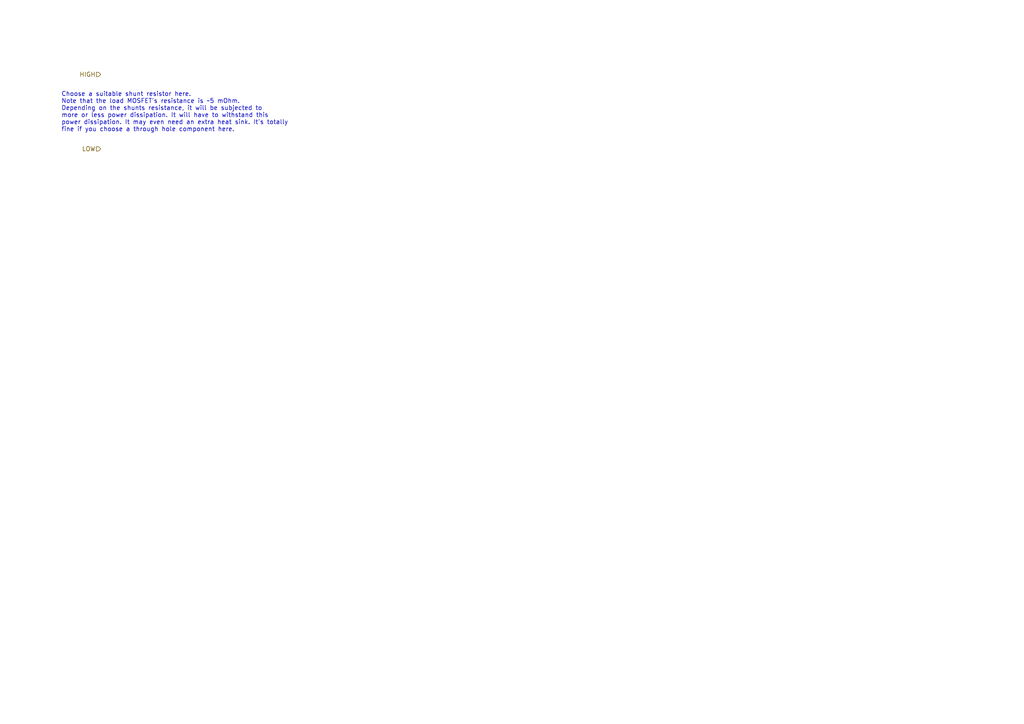
<source format=kicad_sch>
(kicad_sch
	(version 20231120)
	(generator "eeschema")
	(generator_version "8.0")
	(uuid "ecfaec7f-28ae-42e6-9c98-70cb7156410e")
	(paper "A4")
	(lib_symbols)
	(text "Choose a suitable shunt resistor here.\nNote that the load MOSFET's resistance is ~5 mOhm. \nDepending on the shunts resistance, it will be subjected to\nmore or less power dissipation. It will have to withstand this \npower dissipation. It may even need an extra heat sink. It's totally\nfine if you choose a through hole component here."
		(exclude_from_sim no)
		(at 17.78 32.512 0)
		(effects
			(font
				(size 1.27 1.27)
			)
			(justify left)
		)
		(uuid "334d1e5a-1098-4ec7-9b33-96a82c2383f8")
	)
	(hierarchical_label "LOW"
		(shape input)
		(at 29.21 43.18 180)
		(fields_autoplaced yes)
		(effects
			(font
				(size 1.27 1.27)
			)
			(justify right)
		)
		(uuid "20dce727-688e-45d8-94ad-5d92d2963959")
	)
	(hierarchical_label "HIGH"
		(shape input)
		(at 29.21 21.59 180)
		(fields_autoplaced yes)
		(effects
			(font
				(size 1.27 1.27)
			)
			(justify right)
		)
		(uuid "a5d19f32-4e7a-48fb-85bb-61f8d1babaf8")
	)
)

</source>
